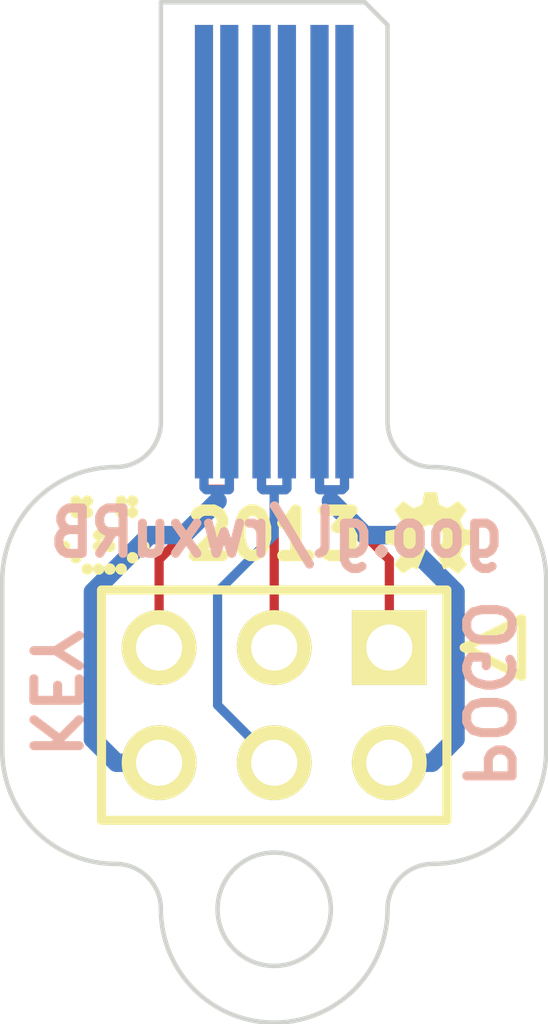
<source format=kicad_pcb>
(kicad_pcb (version 3) (host pcbnew "(2013-10-11 BZR 4379)-product")

  (general
    (links 12)
    (no_connects 0)
    (area 62.169048 62.449999 75.347619 84.300001)
    (thickness 1.6)
    (drawings 20)
    (tracks 59)
    (zones 0)
    (modules 4)
    (nets 7)
  )

  (page User 140.005 140.005)
  (title_block
    (title "AVR-ISP pogo-plug 1.27mm")
    (date "25 May 2013")
    (rev 0.21)
    (company "2013 - blog.spitzenpfeil.org")
  )

  (layers
    (15 F.Cu signal)
    (0 B.Cu signal)
    (20 B.SilkS user)
    (21 F.SilkS user)
    (22 B.Mask user)
    (23 F.Mask user)
    (24 Dwgs.User user)
    (28 Edge.Cuts user)
  )

  (setup
    (last_trace_width 0.2032)
    (user_trace_width 0.2032)
    (trace_clearance 0.2032)
    (zone_clearance 0.508)
    (zone_45_only yes)
    (trace_min 0.2032)
    (segment_width 0.15)
    (edge_width 0.1)
    (via_size 0.635)
    (via_drill 0.3302)
    (via_min_size 0.635)
    (via_min_drill 0.3302)
    (uvia_size 0.508)
    (uvia_drill 0.127)
    (uvias_allowed no)
    (uvia_min_size 0.508)
    (uvia_min_drill 0.127)
    (pcb_text_width 0.3)
    (pcb_text_size 1.5 1.5)
    (mod_edge_width 0.1)
    (mod_text_size 1.5 1.5)
    (mod_text_width 0.15)
    (pad_size 2 2)
    (pad_drill 2)
    (pad_to_mask_clearance 0)
    (aux_axis_origin 0 0)
    (visible_elements FFFFF77F)
    (pcbplotparams
      (layerselection 284196865)
      (usegerberextensions true)
      (excludeedgelayer true)
      (linewidth 0.150000)
      (plotframeref false)
      (viasonmask false)
      (mode 1)
      (useauxorigin false)
      (hpglpennumber 1)
      (hpglpenspeed 20)
      (hpglpendiameter 15)
      (hpglpenoverlay 2)
      (psnegative false)
      (psa4output false)
      (plotreference true)
      (plotvalue true)
      (plotothertext true)
      (plotinvisibletext false)
      (padsonsilk false)
      (subtractmaskfromsilk true)
      (outputformat 1)
      (mirror false)
      (drillshape 0)
      (scaleselection 1)
      (outputdirectory gerber_files/))
  )

  (net 0 "")
  (net 1 /GND)
  (net 2 /MISO)
  (net 3 /MOSI)
  (net 4 /RESET)
  (net 5 /SCK)
  (net 6 /V-target)

  (net_class Default "This is the default net class."
    (clearance 0.2032)
    (trace_width 0.2032)
    (via_dia 0.635)
    (via_drill 0.3302)
    (uvia_dia 0.508)
    (uvia_drill 0.127)
    (add_net "")
    (add_net /MISO)
    (add_net /MOSI)
    (add_net /RESET)
    (add_net /SCK)
  )

  (net_class Power ""
    (clearance 0.2032)
    (trace_width 0.4064)
    (via_dia 0.635)
    (via_drill 0.3302)
    (uvia_dia 0.508)
    (uvia_drill 0.127)
    (add_net /GND)
    (add_net /V-target)
  )

  (module MADW__PIN_ARRAY_3x2_1.27mm (layer F.Cu) (tedit 5256878C) (tstamp 51A0EF34)
    (at 68.5 68)
    (descr "Male 3x2 header with 1.27mm raster")
    (tags "CONN, header, male, 3x2, 1.27mm")
    (path /51A0EE07)
    (clearance 0.15)
    (fp_text reference P2 (at 0 -3.1) (layer F.SilkS) hide
      (effects (font (size 1 1) (thickness 0.2)))
    )
    (fp_text value CONN_6 (at 0 3.3) (layer F.SilkS) hide
      (effects (font (size 1 1) (thickness 0.2)))
    )
    (pad 6 smd rect (at -0.99 0) (size 0.4 10) (layers B.Cu B.Mask)
      (net 1 /GND))
    (pad 5 smd rect (at -1.55 0) (size 0.4 10) (layers F.Cu F.Mask)
      (net 4 /RESET))
    (pad 4 smd rect (at 0.28 0) (size 0.4 10) (layers B.Cu B.Mask)
      (net 3 /MOSI))
    (pad 4 smd rect (at -0.28 0) (size 0.4 10) (layers B.Cu B.Mask)
      (net 3 /MOSI))
    (pad 2 smd rect (at 1 0) (size 0.4 10) (layers B.Cu B.Mask)
      (net 6 /V-target))
    (pad 1 smd rect (at 1 0) (size 0.4 10) (layers F.Cu F.Mask)
      (net 2 /MISO))
    (pad 1 smd rect (at 1.55 0) (size 0.4 10) (layers F.Cu F.Mask)
      (net 2 /MISO))
    (pad 2 smd rect (at 1.55 0) (size 0.4 10) (layers B.Cu B.Mask)
      (net 6 /V-target))
    (pad 3 smd rect (at -0.28 0) (size 0.4 10) (layers F.Cu F.Mask)
      (net 5 /SCK))
    (pad 3 smd rect (at 0.28 0) (size 0.4 10) (layers F.Cu F.Mask)
      (net 5 /SCK))
    (pad 5 smd rect (at -0.99 0) (size 0.4 10) (layers F.Cu F.Mask)
      (net 4 /RESET))
    (pad 6 smd rect (at -1.55 0) (size 0.4 10) (layers B.Cu B.Mask)
      (net 1 /GND))
  )

  (module pin_array_3x2 (layer F.Cu) (tedit 52568708) (tstamp 51A0EF26)
    (at 68.5 78 180)
    (descr "Double rangee de contacts 2 x 4 pins")
    (tags CONN)
    (path /51A0EDF8)
    (fp_text reference P1 (at 0 -2.5 180) (layer F.SilkS) hide
      (effects (font (size 1.016 1.016) (thickness 0.2032)))
    )
    (fp_text value CONN_6 (at 0 3.81 180) (layer F.SilkS) hide
      (effects (font (size 1.016 1.016) (thickness 0.2032)))
    )
    (fp_line (start -4.191 1.27) (end -5.461 0.635) (layer F.SilkS) (width 0.2))
    (fp_line (start -5.461 0.635) (end -5.461 1.905) (layer F.SilkS) (width 0.2))
    (fp_line (start -5.461 1.905) (end -4.191 1.27) (layer F.SilkS) (width 0.2))
    (fp_line (start 3.81 2.54) (end -3.81 2.54) (layer F.SilkS) (width 0.2))
    (fp_line (start -3.81 -2.54) (end 3.81 -2.54) (layer F.SilkS) (width 0.2))
    (fp_line (start 3.81 -2.54) (end 3.81 2.54) (layer F.SilkS) (width 0.2))
    (fp_line (start -3.81 2.54) (end -3.81 -2.54) (layer F.SilkS) (width 0.2))
    (pad 1 thru_hole rect (at -2.54 1.27 180) (size 1.65 1.65) (drill 1.016) (layers *.Cu *.Mask F.SilkS)
      (net 2 /MISO))
    (pad 2 thru_hole circle (at -2.54 -1.27 180) (size 1.65 1.65) (drill 1.016) (layers *.Cu *.Mask F.SilkS)
      (net 6 /V-target))
    (pad 3 thru_hole circle (at 0 1.27 180) (size 1.65 1.65) (drill 1.016) (layers *.Cu *.Mask F.SilkS)
      (net 5 /SCK))
    (pad 4 thru_hole circle (at 0 -1.27 180) (size 1.65 1.65) (drill 1.016) (layers *.Cu *.Mask F.SilkS)
      (net 3 /MOSI))
    (pad 5 thru_hole circle (at 2.54 1.27 180) (size 1.65 1.65) (drill 1.016) (layers *.Cu *.Mask F.SilkS)
      (net 4 /RESET))
    (pad 6 thru_hole circle (at 2.54 -1.27 180) (size 1.65 1.65) (drill 1.016) (layers *.Cu *.Mask F.SilkS)
      (net 1 /GND))
    (model pin_array/pins_array_3x2.wrl
      (at (xyz 0 0 0))
      (scale (xyz 1 1 1))
      (rotate (xyz 0 0 0))
    )
  )

  (module OSHW-logo_silkscreen_2mm (layer F.Cu) (tedit 51A1020D) (tstamp 51A1C428)
    (at 71.95 74.2)
    (fp_text reference G2 (at 0 1.05918) (layer F.SilkS) hide
      (effects (font (size 0.127 0.127) (thickness 0.01778)))
    )
    (fp_text value OSHW-logo_silkscreen_2mm (at 0 -1.05918) (layer F.SilkS) hide
      (effects (font (size 0.0889 0.0889) (thickness 0.01778)))
    )
    (fp_poly (pts (xy -0.60452 0.89662) (xy -0.59436 0.89154) (xy -0.5715 0.8763) (xy -0.53848 0.85598)
      (xy -0.49784 0.82804) (xy -0.45974 0.80264) (xy -0.42672 0.77978) (xy -0.40386 0.76454)
      (xy -0.3937 0.75946) (xy -0.38862 0.762) (xy -0.37084 0.77216) (xy -0.3429 0.78486)
      (xy -0.32766 0.79248) (xy -0.30226 0.80518) (xy -0.28956 0.80772) (xy -0.28702 0.80264)
      (xy -0.27686 0.78486) (xy -0.26416 0.75184) (xy -0.24384 0.70866) (xy -0.22352 0.65786)
      (xy -0.20066 0.60198) (xy -0.1778 0.5461) (xy -0.15494 0.49276) (xy -0.13462 0.4445)
      (xy -0.11938 0.4064) (xy -0.10922 0.37846) (xy -0.10414 0.3683) (xy -0.10668 0.36576)
      (xy -0.11938 0.35306) (xy -0.1397 0.33782) (xy -0.18796 0.29718) (xy -0.23368 0.23876)
      (xy -0.26416 0.17272) (xy -0.27178 0.09906) (xy -0.26416 0.03302) (xy -0.23876 -0.03048)
      (xy -0.19304 -0.09144) (xy -0.13716 -0.13462) (xy -0.07112 -0.16256) (xy 0 -0.17018)
      (xy 0.06858 -0.16256) (xy 0.13462 -0.13716) (xy 0.19558 -0.09144) (xy 0.21844 -0.0635)
      (xy 0.254 -0.00254) (xy 0.27432 0.05842) (xy 0.27432 0.07366) (xy 0.27178 0.14478)
      (xy 0.25146 0.21336) (xy 0.2159 0.27178) (xy 0.16256 0.32258) (xy 0.15748 0.32766)
      (xy 0.13208 0.34544) (xy 0.11684 0.3556) (xy 0.10414 0.36576) (xy 0.19304 0.58166)
      (xy 0.20828 0.61722) (xy 0.23368 0.67564) (xy 0.254 0.72644) (xy 0.27178 0.76708)
      (xy 0.28448 0.79248) (xy 0.28956 0.80518) (xy 0.28956 0.80518) (xy 0.29718 0.80518)
      (xy 0.31242 0.8001) (xy 0.3429 0.78486) (xy 0.36322 0.7747) (xy 0.38608 0.76454)
      (xy 0.39624 0.75946) (xy 0.4064 0.76454) (xy 0.42672 0.77978) (xy 0.45974 0.8001)
      (xy 0.49784 0.8255) (xy 0.5334 0.8509) (xy 0.56896 0.87376) (xy 0.59182 0.889)
      (xy 0.60452 0.89662) (xy 0.60706 0.89662) (xy 0.61722 0.889) (xy 0.63754 0.87376)
      (xy 0.66548 0.84582) (xy 0.70612 0.80518) (xy 0.71374 0.8001) (xy 0.74676 0.76454)
      (xy 0.7747 0.73406) (xy 0.79502 0.71374) (xy 0.8001 0.70612) (xy 0.8001 0.70612)
      (xy 0.79502 0.69342) (xy 0.77978 0.66802) (xy 0.75692 0.635) (xy 0.72898 0.59436)
      (xy 0.65786 0.49022) (xy 0.6985 0.3937) (xy 0.70866 0.36322) (xy 0.7239 0.32766)
      (xy 0.7366 0.30226) (xy 0.74168 0.28956) (xy 0.75184 0.28702) (xy 0.77978 0.2794)
      (xy 0.81788 0.27178) (xy 0.8636 0.26416) (xy 0.90932 0.254) (xy 0.94742 0.24638)
      (xy 0.9779 0.2413) (xy 0.9906 0.23876) (xy 0.99314 0.23622) (xy 0.99568 0.23114)
      (xy 0.99822 0.21844) (xy 0.99822 0.19304) (xy 0.99822 0.15494) (xy 0.99822 0.09906)
      (xy 0.99822 0.09398) (xy 0.99822 0.04064) (xy 0.99822 0) (xy 0.99568 -0.0254)
      (xy 0.99314 -0.03556) (xy 0.99314 -0.03556) (xy 0.98044 -0.04064) (xy 0.9525 -0.04572)
      (xy 0.9144 -0.05334) (xy 0.86614 -0.0635) (xy 0.8636 -0.0635) (xy 0.81534 -0.07112)
      (xy 0.77724 -0.08128) (xy 0.7493 -0.08636) (xy 0.7366 -0.09144) (xy 0.73406 -0.09398)
      (xy 0.7239 -0.11176) (xy 0.7112 -0.14224) (xy 0.69596 -0.1778) (xy 0.68072 -0.21336)
      (xy 0.66548 -0.24892) (xy 0.65786 -0.27178) (xy 0.65532 -0.28448) (xy 0.65532 -0.28448)
      (xy 0.66294 -0.29464) (xy 0.67818 -0.32004) (xy 0.70104 -0.35306) (xy 0.72898 -0.3937)
      (xy 0.73152 -0.39878) (xy 0.75946 -0.43688) (xy 0.77978 -0.47244) (xy 0.79502 -0.4953)
      (xy 0.8001 -0.50546) (xy 0.8001 -0.508) (xy 0.79248 -0.51816) (xy 0.77216 -0.54102)
      (xy 0.74168 -0.5715) (xy 0.70612 -0.60706) (xy 0.69596 -0.61722) (xy 0.65786 -0.65532)
      (xy 0.62992 -0.68072) (xy 0.61214 -0.69342) (xy 0.60452 -0.6985) (xy 0.60452 -0.69596)
      (xy 0.59182 -0.69088) (xy 0.56642 -0.6731) (xy 0.5334 -0.65024) (xy 0.49276 -0.6223)
      (xy 0.49022 -0.61976) (xy 0.44958 -0.59436) (xy 0.41656 -0.5715) (xy 0.3937 -0.55626)
      (xy 0.38354 -0.54864) (xy 0.381 -0.54864) (xy 0.36576 -0.55372) (xy 0.33528 -0.56388)
      (xy 0.30226 -0.57658) (xy 0.26416 -0.59182) (xy 0.23114 -0.60706) (xy 0.20574 -0.61722)
      (xy 0.19304 -0.62484) (xy 0.19304 -0.62484) (xy 0.18796 -0.64008) (xy 0.18288 -0.67056)
      (xy 0.17272 -0.7112) (xy 0.1651 -0.75946) (xy 0.16256 -0.76708) (xy 0.15494 -0.81534)
      (xy 0.14732 -0.85344) (xy 0.1397 -0.88138) (xy 0.13716 -0.89408) (xy 0.13208 -0.89408)
      (xy 0.10668 -0.89662) (xy 0.07112 -0.89662) (xy 0.02794 -0.89662) (xy -0.01524 -0.89662)
      (xy -0.05842 -0.89662) (xy -0.09652 -0.89408) (xy -0.12192 -0.89408) (xy -0.13462 -0.89154)
      (xy -0.13462 -0.889) (xy -0.1397 -0.8763) (xy -0.14478 -0.84582) (xy -0.15494 -0.80518)
      (xy -0.16256 -0.75438) (xy -0.1651 -0.74676) (xy -0.17272 -0.6985) (xy -0.18288 -0.6604)
      (xy -0.18796 -0.63246) (xy -0.1905 -0.6223) (xy -0.19558 -0.61976) (xy -0.21336 -0.61214)
      (xy -0.24638 -0.59944) (xy -0.28702 -0.58166) (xy -0.37846 -0.5461) (xy -0.49022 -0.6223)
      (xy -0.50038 -0.62992) (xy -0.54102 -0.65786) (xy -0.57404 -0.67818) (xy -0.5969 -0.69342)
      (xy -0.60706 -0.6985) (xy -0.60706 -0.6985) (xy -0.61722 -0.68834) (xy -0.64008 -0.66802)
      (xy -0.67056 -0.63754) (xy -0.70612 -0.60452) (xy -0.73152 -0.57658) (xy -0.762 -0.5461)
      (xy -0.78232 -0.52578) (xy -0.79248 -0.51054) (xy -0.79756 -0.50292) (xy -0.79502 -0.49784)
      (xy -0.78994 -0.48514) (xy -0.77216 -0.46228) (xy -0.7493 -0.42672) (xy -0.72136 -0.38862)
      (xy -0.6985 -0.35306) (xy -0.67564 -0.3175) (xy -0.6604 -0.28956) (xy -0.65278 -0.27686)
      (xy -0.65532 -0.27178) (xy -0.66294 -0.24892) (xy -0.67564 -0.2159) (xy -0.69342 -0.17526)
      (xy -0.73152 -0.08636) (xy -0.78994 -0.0762) (xy -0.8255 -0.06858) (xy -0.8763 -0.06096)
      (xy -0.92202 -0.0508) (xy -0.99568 -0.03556) (xy -0.99822 0.23114) (xy -0.98806 0.23622)
      (xy -0.97536 0.2413) (xy -0.94996 0.24638) (xy -0.90932 0.254) (xy -0.8636 0.26162)
      (xy -0.8255 0.26924) (xy -0.78486 0.27686) (xy -0.75692 0.28194) (xy -0.74422 0.28448)
      (xy -0.74168 0.28956) (xy -0.73152 0.30988) (xy -0.71628 0.34036) (xy -0.70104 0.37592)
      (xy -0.6858 0.41402) (xy -0.6731 0.44958) (xy -0.66294 0.47498) (xy -0.65786 0.49022)
      (xy -0.66294 0.50038) (xy -0.67818 0.52324) (xy -0.70104 0.55626) (xy -0.72644 0.59436)
      (xy -0.75438 0.635) (xy -0.77724 0.66802) (xy -0.79248 0.69342) (xy -0.8001 0.70358)
      (xy -0.79502 0.7112) (xy -0.77978 0.72898) (xy -0.75184 0.75946) (xy -0.70612 0.80518)
      (xy -0.6985 0.81026) (xy -0.66548 0.84582) (xy -0.635 0.87122) (xy -0.61468 0.89154)
      (xy -0.60452 0.89662)) (layer F.SilkS) (width 0.00254))
  )

  (module LED_smile_silkscreen_2mm (layer F.Cu) (tedit 51A10207) (tstamp 51A16246)
    (at 64.75 74.25)
    (fp_text reference G1 (at 0 1.15062) (layer F.SilkS) hide
      (effects (font (size 0.127 0.127) (thickness 0.00508)))
    )
    (fp_text value LED_smile_silkscreen_2mm (at 0 -1.15062) (layer F.SilkS) hide
      (effects (font (size 0.0254 0.0254) (thickness 0.00508)))
    )
    (fp_poly (pts (xy 0.37592 0.87376) (xy 0.40132 0.87122) (xy 0.42418 0.8636) (xy 0.43434 0.85852)
      (xy 0.4572 0.84328) (xy 0.47244 0.8255) (xy 0.48514 0.80264) (xy 0.4953 0.77978)
      (xy 0.49784 0.75692) (xy 0.49784 0.73152) (xy 0.49276 0.70612) (xy 0.48006 0.68326)
      (xy 0.47244 0.6731) (xy 0.46228 0.66294) (xy 0.45212 0.65024) (xy 0.44196 0.64262)
      (xy 0.43688 0.64008) (xy 0.41656 0.62992) (xy 0.3937 0.62484) (xy 0.3683 0.62484)
      (xy 0.36068 0.62484) (xy 0.34544 0.62738) (xy 0.33528 0.62992) (xy 0.32004 0.635)
      (xy 0.30734 0.64262) (xy 0.28702 0.6604) (xy 0.26924 0.68072) (xy 0.25654 0.70358)
      (xy 0.254 0.71374) (xy 0.25146 0.72644) (xy 0.24892 0.73406) (xy 0.24892 0.7366)
      (xy 0.24892 0.7366) (xy 0.24892 0.73152) (xy 0.24892 0.73152) (xy 0.24384 0.71374)
      (xy 0.23876 0.6985) (xy 0.23114 0.68326) (xy 0.2159 0.66548) (xy 0.19812 0.6477)
      (xy 0.17526 0.635) (xy 0.14986 0.62738) (xy 0.12446 0.62484) (xy 0.11684 0.62484)
      (xy 0.09906 0.62738) (xy 0.07874 0.63246) (xy 0.0762 0.63246) (xy 0.05334 0.64516)
      (xy 0.03556 0.6604) (xy 0.02032 0.68072) (xy 0.00762 0.70104) (xy 0.00254 0.7239)
      (xy 0 0.7239) (xy 0 0.72898) (xy 0 0.73152) (xy 0 0.73152)
      (xy 0 0.72898) (xy -0.00254 0.7239) (xy -0.00254 0.72136) (xy -0.01016 0.6985)
      (xy -0.02032 0.67818) (xy -0.0381 0.65786) (xy -0.05334 0.64516) (xy -0.07366 0.635)
      (xy -0.09906 0.62738) (xy -0.12446 0.62484) (xy -0.14224 0.62484) (xy -0.16764 0.63246)
      (xy -0.1905 0.64262) (xy -0.21082 0.65786) (xy -0.22606 0.67818) (xy -0.2286 0.68072)
      (xy -0.23368 0.69088) (xy -0.23876 0.6985) (xy -0.2413 0.70358) (xy -0.24384 0.71628)
      (xy -0.24638 0.72644) (xy -0.24892 0.73406) (xy -0.24892 0.7366) (xy -0.24892 0.7366)
      (xy -0.24892 0.73152) (xy -0.25146 0.71628) (xy -0.25908 0.70104) (xy -0.2667 0.6858)
      (xy -0.28194 0.66548) (xy -0.29972 0.6477) (xy -0.32258 0.635) (xy -0.34798 0.62738)
      (xy -0.37338 0.62484) (xy -0.39624 0.62484) (xy -0.42164 0.63246) (xy -0.44196 0.64516)
      (xy -0.46228 0.66294) (xy -0.47244 0.6731) (xy -0.4826 0.6858) (xy -0.49022 0.70358)
      (xy -0.4953 0.71628) (xy -0.49784 0.74168) (xy -0.49784 0.76454) (xy -0.49276 0.7874)
      (xy -0.4826 0.81026) (xy -0.4699 0.83058) (xy -0.45212 0.84582) (xy -0.4318 0.86106)
      (xy -0.40894 0.86868) (xy -0.38354 0.87376) (xy -0.381 0.87376) (xy -0.3556 0.87376)
      (xy -0.33274 0.86614) (xy -0.30988 0.85598) (xy -0.29972 0.8509) (xy -0.28448 0.83566)
      (xy -0.26924 0.81788) (xy -0.25908 0.8001) (xy -0.25654 0.79248) (xy -0.254 0.78232)
      (xy -0.25146 0.76962) (xy -0.24892 0.762) (xy -0.24892 0.75692) (xy -0.24892 0.762)
      (xy -0.24892 0.76708) (xy -0.24638 0.77724) (xy -0.2413 0.78994) (xy -0.23876 0.8001)
      (xy -0.23114 0.8128) (xy -0.2159 0.83312) (xy -0.19812 0.84836) (xy -0.17526 0.8636)
      (xy -0.14986 0.87122) (xy -0.14732 0.87122) (xy -0.12954 0.87376) (xy -0.11176 0.87376)
      (xy -0.09398 0.87122) (xy -0.07874 0.86614) (xy -0.05588 0.85344) (xy -0.03302 0.83566)
      (xy -0.03302 0.83566) (xy -0.01778 0.81788) (xy -0.00762 0.79502) (xy -0.00254 0.7747)
      (xy 0 0.7747) (xy 0 0.76708) (xy 0 0.76454) (xy 0 0.76708)
      (xy 0 0.77216) (xy 0 0.7747) (xy 0.00508 0.7874) (xy 0.01016 0.8001)
      (xy 0.01778 0.81534) (xy 0.02794 0.83058) (xy 0.04826 0.84836) (xy 0.06858 0.86106)
      (xy 0.09398 0.87122) (xy 0.09906 0.87122) (xy 0.1143 0.87376) (xy 0.13462 0.87376)
      (xy 0.14986 0.87122) (xy 0.16256 0.86614) (xy 0.18796 0.85598) (xy 0.20828 0.84074)
      (xy 0.22606 0.82296) (xy 0.23876 0.8001) (xy 0.2413 0.79248) (xy 0.24384 0.78232)
      (xy 0.24638 0.76962) (xy 0.24892 0.762) (xy 0.24892 0.762) (xy 0.24892 0.762)
      (xy 0.24892 0.76708) (xy 0.24892 0.76708) (xy 0.254 0.78232) (xy 0.25908 0.8001)
      (xy 0.2667 0.8128) (xy 0.26924 0.81788) (xy 0.28702 0.8382) (xy 0.30734 0.85344)
      (xy 0.32766 0.86614) (xy 0.35052 0.87122) (xy 0.37592 0.87376)) (layer F.SilkS) (width 0.00254))
    (fp_poly (pts (xy -0.63246 0.62484) (xy -0.61722 0.6223) (xy -0.60198 0.6223) (xy -0.5842 0.61722)
      (xy -0.56134 0.60706) (xy -0.54102 0.59182) (xy -0.52324 0.57404) (xy -0.51054 0.55118)
      (xy -0.50292 0.52832) (xy -0.49784 0.50292) (xy -0.50038 0.47752) (xy -0.508 0.45466)
      (xy -0.51816 0.4318) (xy -0.5334 0.41148) (xy -0.55372 0.3937) (xy -0.56134 0.39116)
      (xy -0.5842 0.381) (xy -0.6096 0.37338) (xy -0.635 0.37338) (xy -0.6604 0.37846)
      (xy -0.68072 0.38862) (xy -0.70358 0.40132) (xy -0.72136 0.42164) (xy -0.7366 0.44196)
      (xy -0.74422 0.46736) (xy -0.74676 0.48006) (xy -0.7493 0.49784) (xy -0.7493 0.51308)
      (xy -0.74676 0.52578) (xy -0.74422 0.53086) (xy -0.73406 0.55626) (xy -0.72136 0.57912)
      (xy -0.70104 0.5969) (xy -0.67818 0.61214) (xy -0.66802 0.61468) (xy -0.65278 0.61976)
      (xy -0.64008 0.6223) (xy -0.63246 0.62484)) (layer F.SilkS) (width 0.00254))
    (fp_poly (pts (xy 0.62738 0.62484) (xy 0.65278 0.61976) (xy 0.67818 0.61214) (xy 0.70104 0.5969)
      (xy 0.70612 0.59436) (xy 0.72136 0.57658) (xy 0.7366 0.55372) (xy 0.74422 0.52832)
      (xy 0.74676 0.51562) (xy 0.7493 0.50038) (xy 0.7493 0.48514) (xy 0.74676 0.47244)
      (xy 0.74422 0.46482) (xy 0.73406 0.43942) (xy 0.72136 0.4191) (xy 0.70104 0.40132)
      (xy 0.68072 0.38862) (xy 0.65786 0.37846) (xy 0.62992 0.37338) (xy 0.6223 0.37338)
      (xy 0.5969 0.37592) (xy 0.5715 0.38354) (xy 0.55118 0.39624) (xy 0.5334 0.41402)
      (xy 0.51816 0.4318) (xy 0.508 0.45466) (xy 0.50038 0.47752) (xy 0.50038 0.50546)
      (xy 0.50038 0.5207) (xy 0.50292 0.5334) (xy 0.508 0.54864) (xy 0.51816 0.56642)
      (xy 0.53594 0.58674) (xy 0.55372 0.60198) (xy 0.57658 0.61468) (xy 0.60198 0.6223)
      (xy 0.62738 0.62484)) (layer F.SilkS) (width 0.00254))
    (fp_poly (pts (xy -0.88138 0.37338) (xy -0.8636 0.37338) (xy -0.84836 0.37084) (xy -0.83058 0.36576)
      (xy -0.80772 0.35306) (xy -0.78486 0.33782) (xy -0.77216 0.32258) (xy -0.75946 0.29972)
      (xy -0.75184 0.27432) (xy -0.7493 0.2667) (xy -0.7493 0.25146) (xy -0.7493 0.23622)
      (xy -0.75184 0.22352) (xy -0.75438 0.2159) (xy -0.762 0.1905) (xy -0.77724 0.17018)
      (xy -0.79502 0.14986) (xy -0.81788 0.13716) (xy -0.82804 0.13208) (xy -0.84328 0.127)
      (xy -0.85852 0.12446) (xy -0.87884 0.12446) (xy -0.889 0.12446) (xy -0.90424 0.127)
      (xy -0.91694 0.12954) (xy -0.92964 0.13716) (xy -0.93726 0.14224) (xy -0.95758 0.15748)
      (xy -0.97536 0.17526) (xy -0.98806 0.19812) (xy -0.99568 0.22352) (xy -0.99822 0.23114)
      (xy -0.99822 0.24384) (xy -0.99822 0.25908) (xy -0.99568 0.27432) (xy -0.99568 0.28194)
      (xy -0.98552 0.30734) (xy -0.97028 0.32766) (xy -0.9525 0.34544) (xy -0.92964 0.36068)
      (xy -0.90424 0.37084) (xy -0.89662 0.37084) (xy -0.88138 0.37338)) (layer F.SilkS) (width 0.00254))
    (fp_poly (pts (xy 0.12192 0.37338) (xy 0.14478 0.37084) (xy 0.17018 0.36576) (xy 0.18288 0.35814)
      (xy 0.20574 0.3429) (xy 0.22352 0.32512) (xy 0.23622 0.30226) (xy 0.24384 0.2794)
      (xy 0.24638 0.27432) (xy 0.24892 0.254) (xy 0.24892 0.23368) (xy 0.24384 0.21336)
      (xy 0.23368 0.18796) (xy 0.21844 0.16764) (xy 0.20066 0.14986) (xy 0.1778 0.13716)
      (xy 0.1524 0.127) (xy 0.13716 0.12192) (xy 0.14478 0.12192) (xy 0.14732 0.12192)
      (xy 0.1651 0.11684) (xy 0.18288 0.10922) (xy 0.20066 0.09652) (xy 0.2032 0.09398)
      (xy 0.22098 0.0762) (xy 0.23622 0.05588) (xy 0.24384 0.03302) (xy 0.24892 0.00762)
      (xy 0.24892 -0.01524) (xy 0.2413 -0.0381) (xy 0.23114 -0.0635) (xy 0.23114 -0.0635)
      (xy 0.2159 -0.08382) (xy 0.19558 -0.1016) (xy 0.17526 -0.11176) (xy 0.1524 -0.11938)
      (xy 0.12954 -0.12446) (xy 0.10414 -0.12192) (xy 0.08128 -0.11684) (xy 0.05842 -0.10414)
      (xy 0.0381 -0.0889) (xy 0.02794 -0.07874) (xy 0.01524 -0.05842) (xy 0.00508 -0.04064)
      (xy 0 -0.02032) (xy 0 -0.01778) (xy 0 -0.01524) (xy 0 -0.01524)
      (xy 0 -0.02032) (xy -0.00508 -0.0381) (xy -0.0127 -0.05588) (xy -0.02286 -0.07366)
      (xy -0.03048 -0.08128) (xy -0.04826 -0.09906) (xy -0.07112 -0.11176) (xy -0.09398 -0.11938)
      (xy -0.11938 -0.12446) (xy -0.14478 -0.12192) (xy -0.16002 -0.11938) (xy -0.18542 -0.10922)
      (xy -0.20574 -0.09398) (xy -0.22352 -0.0762) (xy -0.23622 -0.05334) (xy -0.24638 -0.02794)
      (xy -0.24638 -0.01524) (xy -0.24892 0.00762) (xy -0.24384 0.03302) (xy -0.23622 0.05588)
      (xy -0.22098 0.0762) (xy -0.2032 0.09398) (xy -0.18034 0.10922) (xy -0.17018 0.1143)
      (xy -0.16002 0.11938) (xy -0.14986 0.12192) (xy -0.1397 0.12192) (xy -0.1397 0.12192)
      (xy -0.1397 0.12446) (xy -0.14478 0.12446) (xy -0.15748 0.12954) (xy -0.17526 0.13462)
      (xy -0.18796 0.14224) (xy -0.19558 0.14732) (xy -0.21336 0.16256) (xy -0.2286 0.18034)
      (xy -0.23876 0.19812) (xy -0.24638 0.21844) (xy -0.24892 0.2413) (xy -0.24892 0.26416)
      (xy -0.24638 0.2667) (xy -0.2413 0.29464) (xy -0.2286 0.3175) (xy -0.21082 0.33782)
      (xy -0.19812 0.35052) (xy -0.17526 0.36322) (xy -0.14986 0.37084) (xy -0.14224 0.37338)
      (xy -0.127 0.37338) (xy -0.1143 0.37338) (xy -0.09906 0.37084) (xy -0.0889 0.3683)
      (xy -0.08128 0.36576) (xy -0.05842 0.3556) (xy -0.03556 0.33782) (xy -0.02032 0.3175)
      (xy -0.0127 0.30734) (xy -0.00508 0.2921) (xy -0.00254 0.27432) (xy 0 0.27432)
      (xy 0 0.2667) (xy 0 0.26416) (xy 0 0.26416) (xy 0 0.23114)
      (xy 0 0.23114) (xy 0 0.2286) (xy -0.00254 0.22352) (xy -0.00254 0.22098)
      (xy -0.01016 0.19812) (xy -0.02032 0.1778) (xy -0.0381 0.16002) (xy -0.05588 0.14478)
      (xy -0.0762 0.13208) (xy -0.07874 0.13208) (xy -0.0889 0.12954) (xy -0.09906 0.127)
      (xy -0.11176 0.12446) (xy -0.1016 0.12192) (xy -0.08636 0.11684) (xy -0.0635 0.10922)
      (xy -0.04318 0.09398) (xy -0.0254 0.0762) (xy -0.0127 0.05588) (xy -0.00762 0.04572)
      (xy -0.00254 0.03302) (xy 0 0.02032) (xy 0 0.01778) (xy 0 0.01524)
      (xy 0 0.01524) (xy 0 0.02032) (xy 0.00254 0.03048) (xy 0.00762 0.04318)
      (xy 0.0127 0.05588) (xy 0.02032 0.06858) (xy 0.03556 0.0889) (xy 0.05588 0.10414)
      (xy 0.07874 0.1143) (xy 0.1016 0.12192) (xy 0.11176 0.12446) (xy 0.1016 0.127)
      (xy 0.09906 0.127) (xy 0.0889 0.12954) (xy 0.0762 0.13208) (xy 0.0762 0.13462)
      (xy 0.05334 0.14478) (xy 0.03556 0.16002) (xy 0.02032 0.18034) (xy 0.00762 0.20066)
      (xy 0.00254 0.22352) (xy 0 0.22352) (xy 0 0.2286) (xy 0 0.23114)
      (xy 0 0.26416) (xy 0 0.26416) (xy 0 0.26924) (xy 0.00254 0.27432)
      (xy 0.00508 0.2921) (xy 0.01524 0.31242) (xy 0.03048 0.33274) (xy 0.0508 0.35052)
      (xy 0.07112 0.36322) (xy 0.07112 0.36322) (xy 0.09652 0.37084) (xy 0.12192 0.37338)) (layer F.SilkS) (width 0.00254))
    (fp_poly (pts (xy 0.8636 0.37338) (xy 0.88392 0.37338) (xy 0.90424 0.37084) (xy 0.9144 0.36576)
      (xy 0.9398 0.3556) (xy 0.96012 0.34036) (xy 0.97536 0.32258) (xy 0.98806 0.29972)
      (xy 0.99568 0.27432) (xy 0.99822 0.24892) (xy 0.99822 0.23876) (xy 0.99314 0.21336)
      (xy 0.98298 0.18796) (xy 0.96774 0.1651) (xy 0.96266 0.16256) (xy 0.94488 0.14732)
      (xy 0.92456 0.13462) (xy 0.90424 0.127) (xy 0.9017 0.127) (xy 0.88392 0.12446)
      (xy 0.8636 0.12446) (xy 0.84582 0.127) (xy 0.8382 0.12954) (xy 0.81534 0.1397)
      (xy 0.79248 0.1524) (xy 0.77724 0.17018) (xy 0.762 0.1905) (xy 0.75438 0.21336)
      (xy 0.7493 0.23876) (xy 0.7493 0.26416) (xy 0.75438 0.28956) (xy 0.76454 0.30734)
      (xy 0.77724 0.32766) (xy 0.79756 0.34798) (xy 0.81788 0.36068) (xy 0.84328 0.37084)
      (xy 0.84582 0.37084) (xy 0.8636 0.37338)) (layer F.SilkS) (width 0.00254))
    (fp_poly (pts (xy -0.37084 -0.37338) (xy -0.34544 -0.37592) (xy -0.32004 -0.38608) (xy -0.30988 -0.39116)
      (xy -0.29972 -0.39878) (xy -0.28702 -0.40894) (xy -0.27432 -0.42418) (xy -0.26162 -0.4445)
      (xy -0.25146 -0.4699) (xy -0.25146 -0.47498) (xy -0.24892 -0.49276) (xy -0.24892 -0.51054)
      (xy -0.25146 -0.52578) (xy -0.25908 -0.5461) (xy -0.26924 -0.56896) (xy -0.28448 -0.58674)
      (xy -0.28702 -0.58928) (xy -0.29972 -0.59944) (xy -0.31242 -0.60706) (xy -0.32512 -0.61468)
      (xy -0.3302 -0.61468) (xy -0.34036 -0.61976) (xy -0.35052 -0.6223) (xy -0.35814 -0.6223)
      (xy -0.36068 -0.6223) (xy -0.3556 -0.62484) (xy -0.35052 -0.62484) (xy -0.3429 -0.62738)
      (xy -0.33274 -0.62992) (xy -0.31496 -0.64008) (xy -0.29718 -0.65024) (xy -0.28194 -0.66294)
      (xy -0.2794 -0.66802) (xy -0.26416 -0.68834) (xy -0.254 -0.7112) (xy -0.24892 -0.7366)
      (xy -0.24892 -0.762) (xy -0.24892 -0.76708) (xy -0.25654 -0.79248) (xy -0.26924 -0.81534)
      (xy -0.28702 -0.8382) (xy -0.30226 -0.8509) (xy -0.32258 -0.8636) (xy -0.34798 -0.87122)
      (xy -0.35306 -0.87122) (xy -0.3683 -0.87376) (xy -0.38608 -0.87376) (xy -0.40132 -0.87122)
      (xy -0.41656 -0.86614) (xy -0.43942 -0.85598) (xy -0.45974 -0.84074) (xy -0.47498 -0.82042)
      (xy -0.48768 -0.8001) (xy -0.4953 -0.7747) (xy -0.49784 -0.77216) (xy -0.49784 -0.76708)
      (xy -0.50038 -0.76454) (xy -0.50038 -0.76708) (xy -0.50038 -0.77216) (xy -0.50292 -0.78232)
      (xy -0.508 -0.79248) (xy -0.51054 -0.80264) (xy -0.51562 -0.81026) (xy -0.53086 -0.83312)
      (xy -0.54864 -0.8509) (xy -0.5715 -0.8636) (xy -0.5969 -0.87122) (xy -0.6223 -0.87376)
      (xy -0.64262 -0.87122) (xy -0.66802 -0.86614) (xy -0.68834 -0.85598) (xy -0.70104 -0.84582)
      (xy -0.72136 -0.82804) (xy -0.73406 -0.80772) (xy -0.74422 -0.78486) (xy -0.7493 -0.75946)
      (xy -0.7493 -0.73406) (xy -0.74168 -0.7112) (xy -0.73152 -0.6858) (xy -0.71628 -0.66548)
      (xy -0.6985 -0.6477) (xy -0.67564 -0.635) (xy -0.65024 -0.62738) (xy -0.635 -0.6223)
      (xy -0.64516 -0.6223) (xy -0.65024 -0.6223) (xy -0.67056 -0.61468) (xy -0.68834 -0.60452)
      (xy -0.70866 -0.59182) (xy -0.72136 -0.57658) (xy -0.73152 -0.56388) (xy -0.73914 -0.5461)
      (xy -0.74422 -0.52832) (xy -0.74676 -0.51562) (xy -0.7493 -0.50038) (xy -0.7493 -0.48514)
      (xy -0.74676 -0.47244) (xy -0.74168 -0.4572) (xy -0.72898 -0.4318) (xy -0.71374 -0.41148)
      (xy -0.69342 -0.39624) (xy -0.67056 -0.38354) (xy -0.64516 -0.37592) (xy -0.63754 -0.37338)
      (xy -0.6223 -0.37338) (xy -0.60706 -0.37592) (xy -0.59182 -0.37846) (xy -0.58166 -0.381)
      (xy -0.5588 -0.39116) (xy -0.53848 -0.4064) (xy -0.5207 -0.42672) (xy -0.508 -0.44958)
      (xy -0.50038 -0.47498) (xy -0.50038 -0.47498) (xy -0.50038 -0.4826) (xy -0.49784 -0.48006)
      (xy -0.49784 -0.51562) (xy -0.50038 -0.51562) (xy -0.50038 -0.5207) (xy -0.50038 -0.52324)
      (xy -0.50546 -0.53848) (xy -0.51308 -0.55626) (xy -0.52324 -0.57404) (xy -0.53086 -0.58166)
      (xy -0.55118 -0.59944) (xy -0.57404 -0.61214) (xy -0.59944 -0.6223) (xy -0.6096 -0.62484)
      (xy -0.60198 -0.62484) (xy -0.59436 -0.62738) (xy -0.58674 -0.62992) (xy -0.58166 -0.62992)
      (xy -0.5588 -0.64262) (xy -0.53848 -0.65786) (xy -0.5207 -0.67564) (xy -0.51054 -0.6985)
      (xy -0.50038 -0.72136) (xy -0.50038 -0.72898) (xy -0.49784 -0.73152) (xy -0.49784 -0.72898)
      (xy -0.4953 -0.72136) (xy -0.4953 -0.72136) (xy -0.49276 -0.70866) (xy -0.48514 -0.69342)
      (xy -0.47752 -0.68072) (xy -0.47244 -0.67056) (xy -0.45974 -0.6604) (xy -0.44704 -0.6477)
      (xy -0.43688 -0.64008) (xy -0.43434 -0.64008) (xy -0.41656 -0.63246) (xy -0.39624 -0.62484)
      (xy -0.38608 -0.62484) (xy -0.39624 -0.6223) (xy -0.4191 -0.61468) (xy -0.44196 -0.60452)
      (xy -0.46228 -0.58928) (xy -0.47752 -0.56896) (xy -0.48006 -0.56388) (xy -0.48768 -0.55118)
      (xy -0.49276 -0.53848) (xy -0.4953 -0.52578) (xy -0.49784 -0.51816) (xy -0.49784 -0.51816)
      (xy -0.49784 -0.51562) (xy -0.49784 -0.48006) (xy -0.49784 -0.48006) (xy -0.49784 -0.47498)
      (xy -0.4953 -0.46736) (xy -0.49276 -0.45974) (xy -0.48768 -0.44704) (xy -0.47498 -0.42672)
      (xy -0.45974 -0.4064) (xy -0.43942 -0.3937) (xy -0.41656 -0.381) (xy -0.3937 -0.37592)
      (xy -0.37084 -0.37338)) (layer F.SilkS) (width 0.00254))
    (fp_poly (pts (xy 0.381 -0.37338) (xy 0.40386 -0.37846) (xy 0.42926 -0.38608) (xy 0.44958 -0.39878)
      (xy 0.46736 -0.41656) (xy 0.4826 -0.43688) (xy 0.49276 -0.45974) (xy 0.4953 -0.46736)
      (xy 0.49784 -0.47498) (xy 0.49784 -0.47752) (xy 0.49784 -0.4826) (xy 0.49784 -0.4826)
      (xy 0.49784 -0.51562) (xy 0.49784 -0.5207) (xy 0.4953 -0.52832) (xy 0.49022 -0.54356)
      (xy 0.48006 -0.56642) (xy 0.46482 -0.5842) (xy 0.4445 -0.60198) (xy 0.42418 -0.61468)
      (xy 0.39878 -0.6223) (xy 0.38608 -0.62484) (xy 0.39624 -0.62484) (xy 0.39624 -0.62484)
      (xy 0.41656 -0.63246) (xy 0.43688 -0.64008) (xy 0.4445 -0.64516) (xy 0.4572 -0.65532)
      (xy 0.4699 -0.66802) (xy 0.47752 -0.68072) (xy 0.48514 -0.69088) (xy 0.49276 -0.70612)
      (xy 0.4953 -0.72136) (xy 0.49784 -0.72898) (xy 0.49784 -0.73152) (xy 0.50038 -0.72898)
      (xy 0.50038 -0.72136) (xy 0.50546 -0.70612) (xy 0.51816 -0.68326) (xy 0.5334 -0.66294)
      (xy 0.55372 -0.64516) (xy 0.57658 -0.63246) (xy 0.60198 -0.62484) (xy 0.6096 -0.62484)
      (xy 0.59944 -0.6223) (xy 0.58674 -0.61722) (xy 0.56388 -0.60706) (xy 0.54102 -0.59182)
      (xy 0.52324 -0.57404) (xy 0.51816 -0.56642) (xy 0.51308 -0.55372) (xy 0.50546 -0.54102)
      (xy 0.50292 -0.5334) (xy 0.50038 -0.52324) (xy 0.50038 -0.52324) (xy 0.50038 -0.51816)
      (xy 0.49784 -0.51562) (xy 0.49784 -0.4826) (xy 0.50038 -0.48006) (xy 0.50038 -0.47498)
      (xy 0.50292 -0.46482) (xy 0.51054 -0.44704) (xy 0.5207 -0.42926) (xy 0.52832 -0.4191)
      (xy 0.5461 -0.40132) (xy 0.56896 -0.38608) (xy 0.59436 -0.37846) (xy 0.60452 -0.37592)
      (xy 0.6223 -0.37338) (xy 0.64008 -0.37592) (xy 0.65532 -0.37846) (xy 0.65532 -0.37846)
      (xy 0.68072 -0.38862) (xy 0.70358 -0.40132) (xy 0.72136 -0.42164) (xy 0.7366 -0.44196)
      (xy 0.74422 -0.46736) (xy 0.74676 -0.48006) (xy 0.7493 -0.49784) (xy 0.74676 -0.51308)
      (xy 0.74422 -0.52832) (xy 0.74168 -0.54356) (xy 0.73152 -0.56134) (xy 0.72136 -0.57658)
      (xy 0.7112 -0.58928) (xy 0.69596 -0.60198) (xy 0.67818 -0.61214) (xy 0.6731 -0.61468)
      (xy 0.6604 -0.61722) (xy 0.65024 -0.6223) (xy 0.64008 -0.6223) (xy 0.64008 -0.6223)
      (xy 0.64262 -0.62484) (xy 0.65024 -0.62738) (xy 0.66548 -0.62992) (xy 0.68072 -0.63754)
      (xy 0.69342 -0.64516) (xy 0.6985 -0.6477) (xy 0.71374 -0.66294) (xy 0.72898 -0.68072)
      (xy 0.73914 -0.6985) (xy 0.74168 -0.70866) (xy 0.74676 -0.73152) (xy 0.7493 -0.75946)
      (xy 0.74422 -0.78232) (xy 0.74168 -0.78994) (xy 0.73152 -0.8128) (xy 0.71628 -0.83312)
      (xy 0.6985 -0.8509) (xy 0.67564 -0.8636) (xy 0.65024 -0.87122) (xy 0.6477 -0.87122)
      (xy 0.62992 -0.87376) (xy 0.61214 -0.87376) (xy 0.59436 -0.87122) (xy 0.59182 -0.86868)
      (xy 0.56642 -0.86106) (xy 0.54356 -0.84582) (xy 0.52578 -0.8255) (xy 0.51054 -0.80264)
      (xy 0.508 -0.79756) (xy 0.50546 -0.78486) (xy 0.50038 -0.7747) (xy 0.50038 -0.76708)
      (xy 0.50038 -0.76454) (xy 0.50038 -0.76454) (xy 0.49784 -0.76708) (xy 0.4953 -0.7747)
      (xy 0.49276 -0.79248) (xy 0.48006 -0.8128) (xy 0.46482 -0.83312) (xy 0.44704 -0.8509)
      (xy 0.42418 -0.8636) (xy 0.42418 -0.8636) (xy 0.40132 -0.87122) (xy 0.37592 -0.87376)
      (xy 0.35052 -0.87122) (xy 0.32766 -0.86614) (xy 0.31496 -0.85852) (xy 0.2921 -0.84328)
      (xy 0.27432 -0.8255) (xy 0.26162 -0.80264) (xy 0.25146 -0.77978) (xy 0.25146 -0.7747)
      (xy 0.24892 -0.75438) (xy 0.24892 -0.73406) (xy 0.254 -0.7112) (xy 0.26416 -0.68834)
      (xy 0.2794 -0.66548) (xy 0.29972 -0.6477) (xy 0.32258 -0.635) (xy 0.34798 -0.62738)
      (xy 0.35306 -0.62484) (xy 0.35814 -0.6223) (xy 0.35814 -0.6223) (xy 0.35052 -0.6223)
      (xy 0.33528 -0.61722) (xy 0.32004 -0.61214) (xy 0.3048 -0.60198) (xy 0.2921 -0.59182)
      (xy 0.27432 -0.57404) (xy 0.25908 -0.55118) (xy 0.25908 -0.5461) (xy 0.25146 -0.52324)
      (xy 0.24892 -0.49784) (xy 0.25146 -0.4699) (xy 0.25908 -0.44704) (xy 0.2667 -0.43434)
      (xy 0.27432 -0.42418) (xy 0.28448 -0.41148) (xy 0.28448 -0.41148) (xy 0.3048 -0.3937)
      (xy 0.32766 -0.38354) (xy 0.35306 -0.37592) (xy 0.3556 -0.37592) (xy 0.381 -0.37338)) (layer F.SilkS) (width 0.00254))
  )

  (gr_arc (start 68.5 82.5) (end 71 82.5) (angle 180) (layer Edge.Cuts) (width 0.1))
  (gr_arc (start 65 82.5) (end 65 81.5) (angle 90) (layer Edge.Cuts) (width 0.1))
  (gr_arc (start 72 82.5) (end 71 82.5) (angle 90) (layer Edge.Cuts) (width 0.1))
  (gr_circle (center 68.5 82.5) (end 68.5 83.75) (layer Edge.Cuts) (width 0.1))
  (gr_text POGO (at 73.2 77.75 270) (layer B.SilkS)
    (effects (font (size 1 1) (thickness 0.2)) (justify mirror))
  )
  (gr_text KEY (at 63.65 77.75 270) (layer B.SilkS)
    (effects (font (size 1 1) (thickness 0.2)) (justify mirror))
  )
  (gr_text goo.gl/rwxuRB (at 68.55 74.2) (layer B.SilkS)
    (effects (font (size 1 0.9) (thickness 0.2)) (justify mirror))
  )
  (gr_line (start 71 71.75) (end 71 63) (angle 90) (layer Edge.Cuts) (width 0.1))
  (gr_line (start 66 62.5) (end 70.5 62.5) (angle 90) (layer Edge.Cuts) (width 0.1))
  (gr_line (start 70.5 62.5) (end 71 63) (angle 90) (layer Edge.Cuts) (width 0.1))
  (gr_line (start 66 71.75) (end 66 62.5) (angle 90) (layer Edge.Cuts) (width 0.1))
  (gr_arc (start 65 71.75) (end 66 71.75) (angle 90) (layer Edge.Cuts) (width 0.1))
  (gr_arc (start 72 71.75) (end 72 72.75) (angle 90) (layer Edge.Cuts) (width 0.1))
  (gr_line (start 74.5 79) (end 74.5 75.25) (angle 90) (layer Edge.Cuts) (width 0.1))
  (gr_line (start 62.5 75.25) (end 62.5 79) (angle 90) (layer Edge.Cuts) (width 0.1))
  (gr_arc (start 65 75.25) (end 62.5 75.25) (angle 90) (layer Edge.Cuts) (width 0.1) (tstamp 52567E06))
  (gr_arc (start 72 75.25) (end 72 72.75) (angle 90) (layer Edge.Cuts) (width 0.1) (tstamp 52567E05))
  (gr_arc (start 65 79) (end 65 81.5) (angle 90) (layer Edge.Cuts) (width 0.1) (tstamp 52567DEF))
  (gr_arc (start 72 79) (end 74.5 79) (angle 90) (layer Edge.Cuts) (width 0.1))
  (gr_text 2013 (at 68.5 74.25) (layer F.SilkS)
    (effects (font (size 1 1) (thickness 0.25)))
  )

  (segment (start 67.25 73.25) (end 67.25 73.5) (width 0.2032) (layer B.Cu) (net 1))
  (segment (start 65.02 79.27) (end 65.96 79.27) (width 0.4064) (layer B.Cu) (net 1))
  (segment (start 66.5 74.25) (end 67.25 73.5) (width 0.4064) (layer B.Cu) (net 1) (tstamp 52568082))
  (segment (start 65.75 74.25) (end 66.5 74.25) (width 0.4064) (layer B.Cu) (net 1) (tstamp 5256807F))
  (segment (start 64.5 75.5) (end 65.75 74.25) (width 0.4064) (layer B.Cu) (net 1) (tstamp 5256807E))
  (segment (start 64.5 78.75) (end 64.5 75.5) (width 0.4064) (layer B.Cu) (net 1) (tstamp 5256807B))
  (segment (start 65.02 79.27) (end 64.5 78.75) (width 0.4064) (layer B.Cu) (net 1) (tstamp 52568077))
  (segment (start 66.95 68) (end 66.95 73.2) (width 0.2032) (layer B.Cu) (net 1))
  (segment (start 67.51 73.24) (end 67.51 68) (width 0.2032) (layer B.Cu) (net 1) (tstamp 5256816C))
  (segment (start 67.5 73.25) (end 67.51 73.24) (width 0.2032) (layer B.Cu) (net 1) (tstamp 5256816A))
  (segment (start 67 73.25) (end 67.25 73.25) (width 0.2032) (layer B.Cu) (net 1) (tstamp 52568168))
  (segment (start 67.25 73.25) (end 67.5 73.25) (width 0.2032) (layer B.Cu) (net 1) (tstamp 5256817A))
  (segment (start 66.95 73.2) (end 67 73.25) (width 0.2032) (layer B.Cu) (net 1) (tstamp 52568164))
  (segment (start 71.04 74.79) (end 69.75 73.5) (width 0.2032) (layer F.Cu) (net 2))
  (segment (start 71.04 76.73) (end 71.04 74.79) (width 0.2032) (layer F.Cu) (net 2) (tstamp 52568011) (status 10))
  (segment (start 69.75 73.5) (end 69.75 73.25) (width 0.2032) (layer F.Cu) (net 2) (tstamp 52568033))
  (segment (start 70.05 68) (end 70.05 73.2) (width 0.2032) (layer F.Cu) (net 2) (status 10))
  (segment (start 70 73.25) (end 69.75 73.25) (width 0.2032) (layer F.Cu) (net 2) (tstamp 5256801E))
  (segment (start 69.75 73.25) (end 69.5 73.25) (width 0.2032) (layer F.Cu) (net 2) (tstamp 52568036))
  (segment (start 70.05 73.2) (end 70 73.25) (width 0.2032) (layer F.Cu) (net 2) (tstamp 5256801C))
  (segment (start 69.5 68) (end 69.5 73.25) (width 0.2032) (layer F.Cu) (net 2) (status 10))
  (segment (start 68.22 68) (end 68.22 73.22) (width 0.2032) (layer B.Cu) (net 3))
  (segment (start 68.25 73.25) (end 68.5 73.25) (width 0.2032) (layer B.Cu) (net 3) (tstamp 525681A7))
  (segment (start 68.22 73.22) (end 68.25 73.25) (width 0.2032) (layer B.Cu) (net 3) (tstamp 525681A6))
  (segment (start 68.5 79.27) (end 68.5 79.25) (width 0.2032) (layer B.Cu) (net 3))
  (segment (start 68.78 73.22) (end 68.78 68) (width 0.2032) (layer B.Cu) (net 3) (tstamp 525681A2))
  (segment (start 68.75 73.25) (end 68.78 73.22) (width 0.2032) (layer B.Cu) (net 3) (tstamp 525681A1))
  (segment (start 68.5 73.25) (end 68.75 73.25) (width 0.2032) (layer B.Cu) (net 3) (tstamp 525681A0))
  (segment (start 68.5 74.25) (end 68.5 73.25) (width 0.2032) (layer B.Cu) (net 3) (tstamp 5256819B))
  (segment (start 67.25 75.5) (end 68.5 74.25) (width 0.2032) (layer B.Cu) (net 3) (tstamp 52568197))
  (segment (start 67.25 78) (end 67.25 75.5) (width 0.2032) (layer B.Cu) (net 3) (tstamp 52568193))
  (segment (start 68.5 79.25) (end 67.25 78) (width 0.2032) (layer B.Cu) (net 3) (tstamp 5256818F))
  (segment (start 65.96 74.79) (end 67.25 73.5) (width 0.2032) (layer F.Cu) (net 4))
  (segment (start 65.96 76.73) (end 65.96 74.79) (width 0.2032) (layer F.Cu) (net 4) (tstamp 52568018) (status 10))
  (segment (start 67.25 73.5) (end 67.25 73.24) (width 0.2032) (layer F.Cu) (net 4) (tstamp 5256802C))
  (segment (start 66.95 68) (end 66.95 73.2) (width 0.2032) (layer F.Cu) (net 4) (status 10))
  (segment (start 66.99 73.24) (end 67.25 73.24) (width 0.2032) (layer F.Cu) (net 4) (tstamp 52568022))
  (segment (start 67.25 73.24) (end 67.51 73.24) (width 0.2032) (layer F.Cu) (net 4) (tstamp 52568031))
  (segment (start 66.95 73.2) (end 66.99 73.24) (width 0.2032) (layer F.Cu) (net 4) (tstamp 52568021))
  (segment (start 67.51 68) (end 67.51 73.24) (width 0.2032) (layer F.Cu) (net 4) (status 10))
  (segment (start 68.5 73.25) (end 68.25 73.25) (width 0.2032) (layer F.Cu) (net 5))
  (segment (start 68.22 73.22) (end 68.22 68) (width 0.2032) (layer F.Cu) (net 5) (status 20))
  (segment (start 68.25 73.25) (end 68.22 73.22) (width 0.2032) (layer F.Cu) (net 5) (tstamp 52568044))
  (segment (start 68.5 73.25) (end 68.5 76.73) (width 0.2032) (layer F.Cu) (net 5) (status 20))
  (segment (start 68.5 73.25) (end 68.75 73.25) (width 0.2032) (layer F.Cu) (net 5) (tstamp 52568040))
  (segment (start 68.75 73.25) (end 68.78 73.22) (width 0.2032) (layer F.Cu) (net 5) (tstamp 52568041))
  (segment (start 68.78 73.22) (end 68.78 68) (width 0.2032) (layer F.Cu) (net 5) (tstamp 52567F7C) (status 20))
  (segment (start 69.75 73.25) (end 69.75 73.5) (width 0.2032) (layer B.Cu) (net 6))
  (segment (start 71.98 79.27) (end 71.04 79.27) (width 0.4064) (layer B.Cu) (net 6))
  (segment (start 70.5 74.25) (end 69.75 73.5) (width 0.4064) (layer B.Cu) (net 6) (tstamp 525680AF))
  (segment (start 71.25 74.25) (end 70.5 74.25) (width 0.4064) (layer B.Cu) (net 6) (tstamp 525680AA))
  (segment (start 72.5 75.5) (end 71.25 74.25) (width 0.4064) (layer B.Cu) (net 6) (tstamp 52568098))
  (segment (start 72.5 78.75) (end 72.5 75.5) (width 0.4064) (layer B.Cu) (net 6) (tstamp 52568096))
  (segment (start 71.98 79.27) (end 72.5 78.75) (width 0.4064) (layer B.Cu) (net 6) (tstamp 52568091))
  (segment (start 69.5 68) (end 69.5 73.25) (width 0.2032) (layer B.Cu) (net 6))
  (segment (start 70.05 73.2) (end 70.05 68) (width 0.2032) (layer B.Cu) (net 6) (tstamp 52568115))
  (segment (start 70 73.25) (end 70.05 73.2) (width 0.2032) (layer B.Cu) (net 6) (tstamp 52568114))
  (segment (start 69.5 73.25) (end 69.75 73.25) (width 0.2032) (layer B.Cu) (net 6) (tstamp 52568110))
  (segment (start 69.75 73.25) (end 70 73.25) (width 0.2032) (layer B.Cu) (net 6) (tstamp 5256812F))

  (zone (net 0) (net_name "") (layer F.Mask) (tstamp 5256BA18) (hatch edge 0.508)
    (connect_pads (clearance 0.508))
    (min_thickness 0.1)
    (fill (arc_segments 16) (thermal_gap 0.508) (thermal_bridge_width 0.508))
    (polygon
      (pts
        (xy 66.75 63) (xy 67.71 63) (xy 67.71 73) (xy 66.75 73)
      )
    )
    (filled_polygon
      (pts
        (xy 67.66 72.95) (xy 66.8 72.95) (xy 66.8 63.05) (xy 67.66 63.05) (xy 67.66 72.95)
      )
    )
  )
  (zone (net 0) (net_name "") (layer F.Mask) (tstamp 5256BA28) (hatch edge 0.508)
    (connect_pads (clearance 0.508))
    (min_thickness 0.1)
    (fill (arc_segments 16) (thermal_gap 0.508) (thermal_bridge_width 0.508))
    (polygon
      (pts
        (xy 68.02 73) (xy 68.98 73) (xy 68.98 63) (xy 68.02 63)
      )
    )
    (filled_polygon
      (pts
        (xy 68.93 72.95) (xy 68.07 72.95) (xy 68.07 63.05) (xy 68.93 63.05) (xy 68.93 72.95)
      )
    )
  )
  (zone (net 0) (net_name "") (layer F.Mask) (tstamp 5256BA3A) (hatch edge 0.508)
    (connect_pads (clearance 0.508))
    (min_thickness 0.1)
    (fill (arc_segments 16) (thermal_gap 0.508) (thermal_bridge_width 0.508))
    (polygon
      (pts
        (xy 69.3 63) (xy 70.25 63) (xy 70.25 73) (xy 69.3 73)
      )
    )
    (filled_polygon
      (pts
        (xy 70.2 72.95) (xy 69.35 72.95) (xy 69.35 63.05) (xy 70.2 63.05) (xy 70.2 72.95)
      )
    )
  )
  (zone (net 0) (net_name "") (layer B.Mask) (tstamp 5256BA18) (hatch edge 0.508)
    (connect_pads (clearance 0.508))
    (min_thickness 0.1)
    (fill (arc_segments 16) (thermal_gap 0.508) (thermal_bridge_width 0.508))
    (polygon
      (pts
        (xy 66.75 63) (xy 67.71 63) (xy 67.71 73) (xy 66.75 73)
      )
    )
    (filled_polygon
      (pts
        (xy 67.66 72.95) (xy 66.8 72.95) (xy 66.8 63.05) (xy 67.66 63.05) (xy 67.66 72.95)
      )
    )
  )
  (zone (net 0) (net_name "") (layer B.Mask) (tstamp 5256BA28) (hatch full 0.508)
    (connect_pads (clearance 0.508))
    (min_thickness 0.254)
    (fill (arc_segments 16) (thermal_gap 0.508) (thermal_bridge_width 0.508))
    (polygon
      (pts
        (xy 68.02 73) (xy 68.98 73) (xy 68.98 63) (xy 68.02 63)
      )
    )
    (filled_polygon
      (pts
        (xy 68.853 72.873) (xy 68.147 72.873) (xy 68.147 63.127) (xy 68.853 63.127) (xy 68.853 72.873)
      )
    )
  )
  (zone (net 0) (net_name "") (layer B.Mask) (tstamp 5256BA3A) (hatch full 0.508)
    (connect_pads (clearance 0.508))
    (min_thickness 0.254)
    (fill (arc_segments 16) (thermal_gap 0.508) (thermal_bridge_width 0.508))
    (polygon
      (pts
        (xy 69.3 63) (xy 70.25 63) (xy 70.25 73) (xy 69.3 73)
      )
    )
    (filled_polygon
      (pts
        (xy 70.123 72.873) (xy 69.427 72.873) (xy 69.427 63.127) (xy 70.123 63.127) (xy 70.123 72.873)
      )
    )
  )
)

</source>
